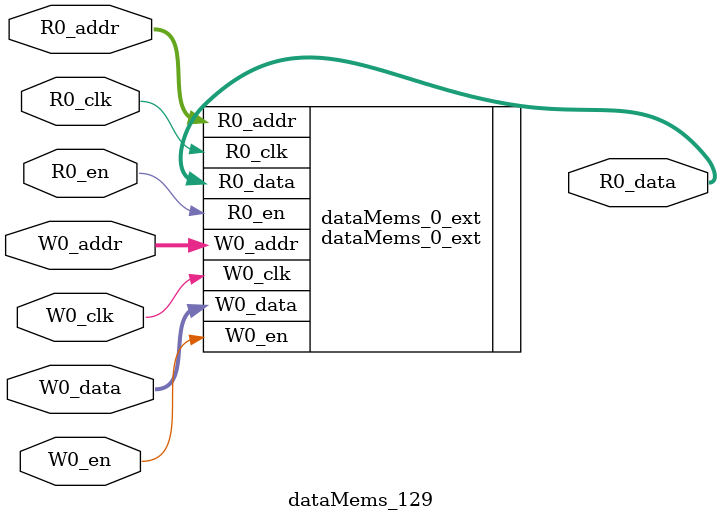
<source format=sv>
`ifndef RANDOMIZE
  `ifdef RANDOMIZE_REG_INIT
    `define RANDOMIZE
  `endif // RANDOMIZE_REG_INIT
`endif // not def RANDOMIZE
`ifndef RANDOMIZE
  `ifdef RANDOMIZE_MEM_INIT
    `define RANDOMIZE
  `endif // RANDOMIZE_MEM_INIT
`endif // not def RANDOMIZE

`ifndef RANDOM
  `define RANDOM $random
`endif // not def RANDOM

// Users can define 'PRINTF_COND' to add an extra gate to prints.
`ifndef PRINTF_COND_
  `ifdef PRINTF_COND
    `define PRINTF_COND_ (`PRINTF_COND)
  `else  // PRINTF_COND
    `define PRINTF_COND_ 1
  `endif // PRINTF_COND
`endif // not def PRINTF_COND_

// Users can define 'ASSERT_VERBOSE_COND' to add an extra gate to assert error printing.
`ifndef ASSERT_VERBOSE_COND_
  `ifdef ASSERT_VERBOSE_COND
    `define ASSERT_VERBOSE_COND_ (`ASSERT_VERBOSE_COND)
  `else  // ASSERT_VERBOSE_COND
    `define ASSERT_VERBOSE_COND_ 1
  `endif // ASSERT_VERBOSE_COND
`endif // not def ASSERT_VERBOSE_COND_

// Users can define 'STOP_COND' to add an extra gate to stop conditions.
`ifndef STOP_COND_
  `ifdef STOP_COND
    `define STOP_COND_ (`STOP_COND)
  `else  // STOP_COND
    `define STOP_COND_ 1
  `endif // STOP_COND
`endif // not def STOP_COND_

// Users can define INIT_RANDOM as general code that gets injected into the
// initializer block for modules with registers.
`ifndef INIT_RANDOM
  `define INIT_RANDOM
`endif // not def INIT_RANDOM

// If using random initialization, you can also define RANDOMIZE_DELAY to
// customize the delay used, otherwise 0.002 is used.
`ifndef RANDOMIZE_DELAY
  `define RANDOMIZE_DELAY 0.002
`endif // not def RANDOMIZE_DELAY

// Define INIT_RANDOM_PROLOG_ for use in our modules below.
`ifndef INIT_RANDOM_PROLOG_
  `ifdef RANDOMIZE
    `ifdef VERILATOR
      `define INIT_RANDOM_PROLOG_ `INIT_RANDOM
    `else  // VERILATOR
      `define INIT_RANDOM_PROLOG_ `INIT_RANDOM #`RANDOMIZE_DELAY begin end
    `endif // VERILATOR
  `else  // RANDOMIZE
    `define INIT_RANDOM_PROLOG_
  `endif // RANDOMIZE
`endif // not def INIT_RANDOM_PROLOG_

// Include register initializers in init blocks unless synthesis is set
`ifndef SYNTHESIS
  `ifndef ENABLE_INITIAL_REG_
    `define ENABLE_INITIAL_REG_
  `endif // not def ENABLE_INITIAL_REG_
`endif // not def SYNTHESIS

// Include rmemory initializers in init blocks unless synthesis is set
`ifndef SYNTHESIS
  `ifndef ENABLE_INITIAL_MEM_
    `define ENABLE_INITIAL_MEM_
  `endif // not def ENABLE_INITIAL_MEM_
`endif // not def SYNTHESIS

module dataMems_129(	// @[generators/ara/src/main/scala/UnsafeAXI4ToTL.scala:365:62]
  input  [4:0]  R0_addr,
  input         R0_en,
  input         R0_clk,
  output [66:0] R0_data,
  input  [4:0]  W0_addr,
  input         W0_en,
  input         W0_clk,
  input  [66:0] W0_data
);

  dataMems_0_ext dataMems_0_ext (	// @[generators/ara/src/main/scala/UnsafeAXI4ToTL.scala:365:62]
    .R0_addr (R0_addr),
    .R0_en   (R0_en),
    .R0_clk  (R0_clk),
    .R0_data (R0_data),
    .W0_addr (W0_addr),
    .W0_en   (W0_en),
    .W0_clk  (W0_clk),
    .W0_data (W0_data)
  );
endmodule


</source>
